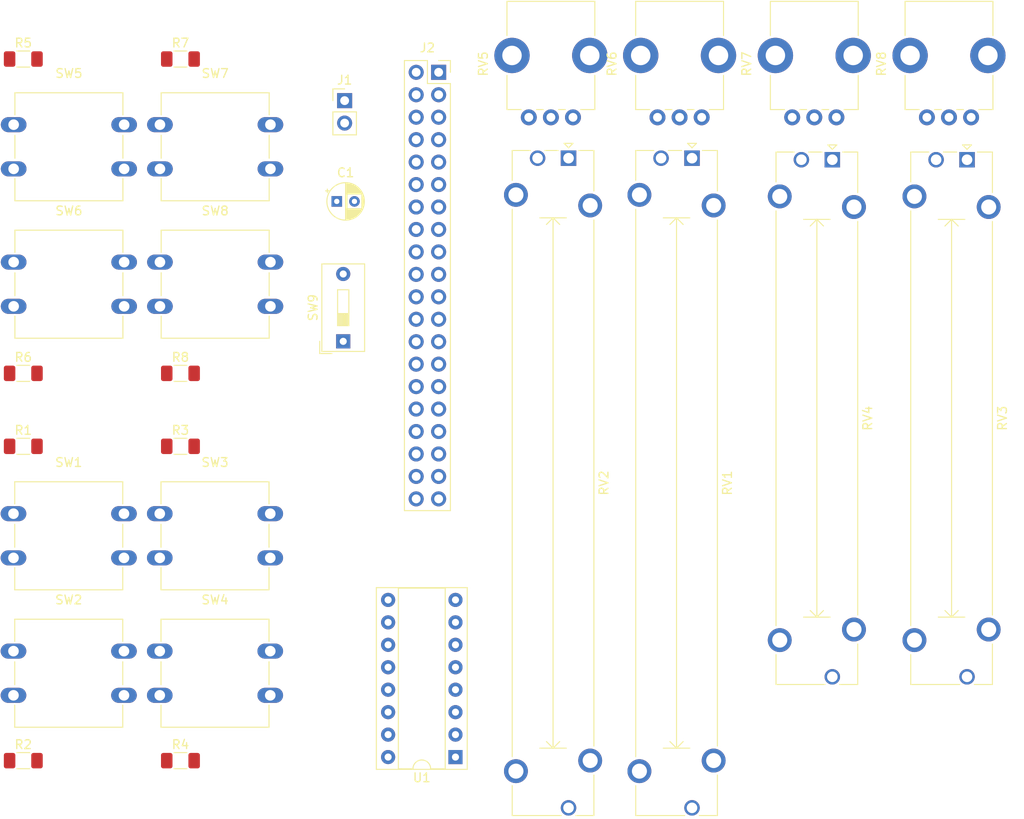
<source format=kicad_pcb>
(kicad_pcb (version 20240108) (generator "pcbnew") (generator_version "8.0")
  (layers (0 "F.Cu" signal) (31 "B.Cu" signal) (34 "B.Paste" user) (35 "F.Paste" user) (36 "B.SilkS" user "B.Silkscreen") (37 "F.SilkS" user "F.Silkscreen") (38 "B.Mask" user) (39 "F.Mask" user) (44 "Edge.Cuts" user))
  (net 0 "")
  (net 1 "GND")
  (net 2 "5V")
  (net 3 "3V3")
  (net 4 "Net-(J1-Pin_1)")
  (net 8 "BTN2")
  (net 11 "BTN7")
  (net 13 "BTN3")
  (net 14 "SPI1-CS0")
  (net 15 "BTN4")
  (net 16 "SPI1-MISO")
  (net 17 "BTN1")
  (net 21 "SPI1-CLK")
  (net 22 "SPI1-MOSI")
  (net 24 "Net-(R2-Pad1)")
  (net 25 "Net-(R3-Pad1)")
  (net 26 "Net-(R4-Pad1)")
  (net 27 "Net-(R5-Pad1)")
  (net 28 "Net-(R6-Pad1)")
  (net 29 "Net-(R7-Pad1)")
  (net 30 "Net-(R8-Pad1)")
  (net 31 "BTN8")
  (net 34 "BTN6")
  (net 36 "BTN5")
  (net 40 "Net-(R1-Pad1)")
  (net 41 "Net-(U1-CH0)")
  (net 42 "Net-(U1-CH1)")
  (net 43 "Net-(U1-CH2)")
  (net 44 "Net-(U1-CH3)")
  (net 45 "Net-(U1-CH4)")
  (net 46 "Net-(U1-CH5)")
  (net 47 "Net-(U1-CH6)")
  (net 48 "Net-(U1-CH7)")
  (footprint "Resistor_SMD:R_1206_3216Metric_Pad1.30x1.75mm_HandSolder" (layer "F.Cu") (at 166.37 51.205)
    (property "Reference" "R7" (at 0 -1.82 0) (layer "F.SilkS"))
    (property "Value" "R10K")
    (pad "1" smd roundrect (at -1.55 0) (size 1.3 1.75) (layers "F.Cu" "F.Paste" "F.Mask") (roundrect_rratio 0.192308) (net 29 "Net-(R7-Pad1)"))
    (pad "2" smd roundrect (at 1.55 0) (size 1.3 1.75) (layers "F.Cu" "F.Paste" "F.Mask") (roundrect_rratio 0.192308) (net 1 "GND"))
  )
  (footprint "Button_Switch_THT:SW_SPST_Omron_B3F-40xx" (layer "F.Cu") (at 147.5 74.18)
    (property "Reference" "SW6" (at 6.25 -5.8 0) (layer "F.SilkS"))
    (property "Value" "Button6")
    (pad "" np_thru_hole circle (at 6.25 -2) (size 1.8 1.8) (drill 1.8) (layers "F&B.Cu" "*.Mask"))
    (pad "" np_thru_hole circle (at 6.25 7) (size 1.8 1.8) (drill 1.8) (layers "F&B.Cu" "*.Mask"))
    (pad "1" thru_hole oval (at 0 0) (size 2.9 1.7) (drill 1.2) (layers "*.Cu" "*.Mask") (net 34 "BTN6"))
    (pad "1" thru_hole oval (at 12.5 0) (size 2.9 1.7) (drill 1.2) (layers "*.Cu" "*.Mask") (net 34 "BTN6"))
    (pad "2" thru_hole oval (at 0 5) (size 2.9 1.7) (drill 1.2) (layers "*.Cu" "*.Mask") (net 28 "Net-(R6-Pad1)"))
    (pad "2" thru_hole oval (at 12.5 5) (size 2.9 1.7) (drill 1.2) (layers "*.Cu" "*.Mask") (net 28 "Net-(R6-Pad1)"))
  )
  (footprint "Button_Switch_THT:SW_SPST_Omron_B3F-40xx" (layer "F.Cu") (at 147.5 58.63)
    (property "Reference" "SW5" (at 6.25 -5.8 0) (layer "F.SilkS"))
    (property "Value" "Button5")
    (pad "" np_thru_hole circle (at 6.25 -2) (size 1.8 1.8) (drill 1.8) (layers "F&B.Cu" "*.Mask"))
    (pad "" np_thru_hole circle (at 6.25 7) (size 1.8 1.8) (drill 1.8) (layers "F&B.Cu" "*.Mask"))
    (pad "1" thru_hole oval (at 0 0) (size 2.9 1.7) (drill 1.2) (layers "*.Cu" "*.Mask") (net 36 "BTN5"))
    (pad "1" thru_hole oval (at 12.5 0) (size 2.9 1.7) (drill 1.2) (layers "*.Cu" "*.Mask") (net 36 "BTN5"))
    (pad "2" thru_hole oval (at 0 5) (size 2.9 1.7) (drill 1.2) (layers "*.Cu" "*.Mask") (net 27 "Net-(R5-Pad1)"))
    (pad "2" thru_hole oval (at 12.5 5) (size 2.9 1.7) (drill 1.2) (layers "*.Cu" "*.Mask") (net 27 "Net-(R5-Pad1)"))
  )
  (footprint "Potentiometer_THT:Potentiometer_Bourns_PTA6043_Single_Slide" (layer "F.Cu") (at 210.275 62.42 -90)
    (property "Reference" "RV2" (at 36.75 -4 90) (layer "F.SilkS"))
    (property "Value" "LIN2")
    (pad "1" thru_hole rect (at 0 0 270) (size 1.75 1.75) (drill 1.2) (layers "*.Cu" "*.Mask") (net 3 "3V3"))
    (pad "2" thru_hole circle (at 0 3.5 270) (size 1.75 1.75) (drill 1.2) (layers "*.Cu" "*.Mask") (net 42 "Net-(U1-CH1)"))
    (pad "3" thru_hole circle (at 73.5 0 270) (size 1.75 1.75) (drill 1.2) (layers "*.Cu" "*.Mask") (net 1 "GND"))
    (pad "MP" thru_hole circle (at 4.15 5.95 270) (size 2.7 2.7) (drill 1.7) (layers "*.Cu" "*.Mask"))
    (pad "MP" thru_hole circle (at 5.35 -2.45 270) (size 2.7 2.7) (drill 1.7) (layers "*.Cu" "*.Mask"))
    (pad "MP" thru_hole circle (at 68.15 -2.45 270) (size 2.7 2.7) (drill 1.7) (layers "*.Cu" "*.Mask"))
    (pad "MP" thru_hole circle (at 69.35 5.95 270) (size 2.7 2.7) (drill 1.7) (layers "*.Cu" "*.Mask"))
  )
  (footprint "Button_Switch_THT:SW_SPST_Omron_B3F-40xx" (layer "F.Cu") (at 164.03 118.19)
    (property "Reference" "SW4" (at 6.25 -5.8 0) (layer "F.SilkS"))
    (property "Value" "Button4")
    (pad "" np_thru_hole circle (at 6.25 -2) (size 1.8 1.8) (drill 1.8) (layers "F&B.Cu" "*.Mask"))
    (pad "" np_thru_hole circle (at 6.25 7) (size 1.8 1.8) (drill 1.8) (layers "F&B.Cu" "*.Mask"))
    (pad "1" thru_hole oval (at 0 0) (size 2.9 1.7) (drill 1.2) (layers "*.Cu" "*.Mask") (net 15 "BTN4"))
    (pad "1" thru_hole oval (at 12.5 0) (size 2.9 1.7) (drill 1.2) (layers "*.Cu" "*.Mask") (net 15 "BTN4"))
    (pad "2" thru_hole oval (at 0 5) (size 2.9 1.7) (drill 1.2) (layers "*.Cu" "*.Mask") (net 26 "Net-(R4-Pad1)"))
    (pad "2" thru_hole oval (at 12.5 5) (size 2.9 1.7) (drill 1.2) (layers "*.Cu" "*.Mask") (net 26 "Net-(R4-Pad1)"))
  )
  (footprint "Button_Switch_THT:SW_SPST_Omron_B3F-40xx" (layer "F.Cu") (at 147.48 118.19)
    (property "Reference" "SW2" (at 6.25 -5.8 0) (layer "F.SilkS"))
    (property "Value" "Button2")
    (pad "" np_thru_hole circle (at 6.25 -2) (size 1.8 1.8) (drill 1.8) (layers "F&B.Cu" "*.Mask"))
    (pad "" np_thru_hole circle (at 6.25 7) (size 1.8 1.8) (drill 1.8) (layers "F&B.Cu" "*.Mask"))
    (pad "1" thru_hole oval (at 0 0) (size 2.9 1.7) (drill 1.2) (layers "*.Cu" "*.Mask") (net 8 "BTN2"))
    (pad "1" thru_hole oval (at 12.5 0) (size 2.9 1.7) (drill 1.2) (layers "*.Cu" "*.Mask") (net 8 "BTN2"))
    (pad "2" thru_hole oval (at 0 5) (size 2.9 1.7) (drill 1.2) (layers "*.Cu" "*.Mask") (net 24 "Net-(R2-Pad1)"))
    (pad "2" thru_hole oval (at 12.5 5) (size 2.9 1.7) (drill 1.2) (layers "*.Cu" "*.Mask") (net 24 "Net-(R2-Pad1)"))
  )
  (footprint "Resistor_SMD:R_1206_3216Metric_Pad1.30x1.75mm_HandSolder" (layer "F.Cu") (at 148.59 51.205)
    (property "Reference" "R5" (at 0 -1.82 0) (layer "F.SilkS"))
    (property "Value" "R10K")
    (pad "1" smd roundrect (at -1.55 0) (size 1.3 1.75) (layers "F.Cu" "F.Paste" "F.Mask") (roundrect_rratio 0.192308) (net 27 "Net-(R5-Pad1)"))
    (pad "2" smd roundrect (at 1.55 0) (size 1.3 1.75) (layers "F.Cu" "F.Paste" "F.Mask") (roundrect_rratio 0.192308) (net 1 "GND"))
  )
  (footprint "Potentiometer_THT:Potentiometer_Bourns_PTA6043_Single_Slide" (layer "F.Cu") (at 224.245 62.42 -90)
    (property "Reference" "RV1" (at 36.75 -4 90) (layer "F.SilkS"))
    (property "Value" "LIN1")
    (pad "1" thru_hole rect (at 0 0 270) (size 1.75 1.75) (drill 1.2) (layers "*.Cu" "*.Mask") (net 3 "3V3"))
    (pad "2" thru_hole circle (at 0 3.5 270) (size 1.75 1.75) (drill 1.2) (layers "*.Cu" "*.Mask") (net 41 "Net-(U1-CH0)"))
    (pad "3" thru_hole circle (at 73.5 0 270) (size 1.75 1.75) (drill 1.2) (layers "*.Cu" "*.Mask") (net 1 "GND"))
    (pad "MP" thru_hole circle (at 4.15 5.95 270) (size 2.7 2.7) (drill 1.7) (layers "*.Cu" "*.Mask"))
    (pad "MP" thru_hole circle (at 5.35 -2.45 270) (size 2.7 2.7) (drill 1.7) (layers "*.Cu" "*.Mask"))
    (pad "MP" thru_hole circle (at 68.15 -2.45 270) (size 2.7 2.7) (drill 1.7) (layers "*.Cu" "*.Mask"))
    (pad "MP" thru_hole circle (at 69.35 5.95 270) (size 2.7 2.7) (drill 1.7) (layers "*.Cu" "*.Mask"))
  )
  (footprint "Resistor_SMD:R_1206_3216Metric_Pad1.30x1.75mm_HandSolder" (layer "F.Cu") (at 166.37 95.02)
    (property "Reference" "R3" (at 0 -1.82 0) (layer "F.SilkS"))
    (property "Value" "R10K")
    (pad "1" smd roundrect (at -1.55 0) (size 1.3 1.75) (layers "F.Cu" "F.Paste" "F.Mask") (roundrect_rratio 0.192308) (net 25 "Net-(R3-Pad1)"))
    (pad "2" smd roundrect (at 1.55 0) (size 1.3 1.75) (layers "F.Cu" "F.Paste" "F.Mask") (roundrect_rratio 0.192308) (net 1 "GND"))
  )
  (footprint "Button_Switch_THT:SW_SPST_Omron_B3F-40xx" (layer "F.Cu") (at 164.03 102.64)
    (property "Reference" "SW3" (at 6.25 -5.8 0) (layer "F.SilkS"))
    (property "Value" "Button3")
    (pad "" np_thru_hole circle (at 6.25 -2) (size 1.8 1.8) (drill 1.8) (layers "F&B.Cu" "*.Mask"))
    (pad "" np_thru_hole circle (at 6.25 7) (size 1.8 1.8) (drill 1.8) (layers "F&B.Cu" "*.Mask"))
    (pad "1" thru_hole oval (at 0 0) (size 2.9 1.7) (drill 1.2) (layers "*.Cu" "*.Mask") (net 13 "BTN3"))
    (pad "1" thru_hole oval (at 12.5 0) (size 2.9 1.7) (drill 1.2) (layers "*.Cu" "*.Mask") (net 13 "BTN3"))
    (pad "2" thru_hole oval (at 0 5) (size 2.9 1.7) (drill 1.2) (layers "*.Cu" "*.Mask") (net 25 "Net-(R3-Pad1)"))
    (pad "2" thru_hole oval (at 12.5 5) (size 2.9 1.7) (drill 1.2) (layers "*.Cu" "*.Mask") (net 25 "Net-(R3-Pad1)"))
  )
  (footprint "Button_Switch_THT:SW_SPST_Omron_B3F-40xx" (layer "F.Cu") (at 164.05 58.63)
    (property "Reference" "SW7" (at 6.25 -5.8 0) (layer "F.SilkS"))
    (property "Value" "Button7")
    (pad "" np_thru_hole circle (at 6.25 -2) (size 1.8 1.8) (drill 1.8) (layers "F&B.Cu" "*.Mask"))
    (pad "" np_thru_hole circle (at 6.25 7) (size 1.8 1.8) (drill 1.8) (layers "F&B.Cu" "*.Mask"))
    (pad "1" thru_hole oval (at 0 0) (size 2.9 1.7) (drill 1.2) (layers "*.Cu" "*.Mask") (net 11 "BTN7"))
    (pad "1" thru_hole oval (at 12.5 0) (size 2.9 1.7) (drill 1.2) (layers "*.Cu" "*.Mask") (net 11 "BTN7"))
    (pad "2" thru_hole oval (at 0 5) (size 2.9 1.7) (drill 1.2) (layers "*.Cu" "*.Mask") (net 29 "Net-(R7-Pad1)"))
    (pad "2" thru_hole oval (at 12.5 5) (size 2.9 1.7) (drill 1.2) (layers "*.Cu" "*.Mask") (net 29 "Net-(R7-Pad1)"))
  )
  (footprint "Button_Switch_THT:SW_SPST_Omron_B3F-40xx" (layer "F.Cu") (at 147.48 102.64)
    (property "Reference" "SW1" (at 6.25 -5.8 0) (layer "F.SilkS"))
    (property "Value" "Button1")
    (pad "" np_thru_hole circle (at 6.25 -2) (size 1.8 1.8) (drill 1.8) (layers "F&B.Cu" "*.Mask"))
    (pad "" np_thru_hole circle (at 6.25 7) (size 1.8 1.8) (drill 1.8) (layers "F&B.Cu" "*.Mask"))
    (pad "1" thru_hole oval (at 0 0) (size 2.9 1.7) (drill 1.2) (layers "*.Cu" "*.Mask") (net 17 "BTN1"))
    (pad "1" thru_hole oval (at 12.5 0) (size 2.9 1.7) (drill 1.2) (layers "*.Cu" "*.Mask") (net 17 "BTN1"))
    (pad "2" thru_hole oval (at 0 5) (size 2.9 1.7) (drill 1.2) (layers "*.Cu" "*.Mask") (net 40 "Net-(R1-Pad1)"))
    (pad "2" thru_hole oval (at 12.5 5) (size 2.9 1.7) (drill 1.2) (layers "*.Cu" "*.Mask") (net 40 "Net-(R1-Pad1)"))
  )
  (footprint "Resistor_SMD:R_1206_3216Metric_Pad1.30x1.75mm_HandSolder" (layer "F.Cu") (at 148.59 130.58)
    (property "Reference" "R2" (at 0 -1.82 0) (layer "F.SilkS"))
    (property "Value" "R10K")
    (pad "1" smd roundrect (at -1.55 0) (size 1.3 1.75) (layers "F.Cu" "F.Paste" "F.Mask") (roundrect_rratio 0.192308) (net 24 "Net-(R2-Pad1)"))
    (pad "2" smd roundrect (at 1.55 0) (size 1.3 1.75) (layers "F.Cu" "F.Paste" "F.Mask") (roundrect_rratio 0.192308) (net 1 "GND"))
  )
  (footprint "Potentiometer_THT:Potentiometer_Bourns_PTV09A-1_Single_Vertical" (layer "F.Cu") (at 240.58 57.8 90)
    (property "Reference" "RV7" (at 6.05 -10.15 90) (layer "F.SilkS"))
    (property "Value" "ROTARY3")
    (pad "" np_thru_hole circle (at 7 -6.9 90) (size 4 4) (drill 2.2) (layers "F&B.Cu" "*.Mask"))
    (pad "" np_thru_hole circle (at 7 1.9 90) (size 4 4) (drill 2.2) (layers "F&B.Cu" "*.Mask"))
    (pad "1" thru_hole circle (at 0 0 90) (size 1.8 1.8) (drill 1) (layers "*.Cu" "*.Mask") (net 3 "3V3"))
    (pad "2" thru_hole circle (at 0 -2.5 90) (size 1.8 1.8) (drill 1) (layers "*.Cu" "*.Mask") (net 47 "Net-(U1-CH6)"))
    (pad "3" thru_hole circle (at 0 -5 90) (size 1.8 1.8) (drill 1) (layers "*.Cu" "*.Mask") (net 1 "GND"))
  )
  (footprint "Package_DIP:CERDIP-16_W7.62mm_SideBrazed_Socket" (layer "F.Cu") (at 197.485 130.175 180)
    (property "Reference" "U1" (at 3.81 -2.33 360) (layer "F.SilkS"))
    (property "Value" "MCP3008")
    (pad "1" thru_hole rect (at 0 0 180) (size 1.6 1.6) (drill 0.8) (layers "*.Cu" "*.Mask") (net 41 "Net-(U1-CH0)"))
    (pad "2" thru_hole circle (at 0 2.54 180) (size 1.6 1.6) (drill 0.8) (layers "*.Cu" "*.Mask") (net 42 "Net-(U1-CH1)"))
    (pad "3" thru_hole circle (at 0 5.08 180) (size 1.6 1.6) (drill 0.8) (layers "*.Cu" "*.Mask") (net 43 "Net-(U1-CH2)"))
    (pad "4" thru_hole circle (at 0 7.62 180) (size 1.6 1.6) (drill 0.8) (layers "*.Cu" "*.Mask") (net 44 "Net-(U1-CH3)"))
    (pad "5" thru_hole circle (at 0 10.16 180) (size 1.6 1.6) (drill 0.8) (layers "*.Cu" "*.Mask") (net 45 "Net-(U1-CH4)"))
    (pad "6" thru_hole circle (at 0 12.7 180) (size 1.6 1.6) (drill 0.8) (layers "*.Cu" "*.Mask") (net 46 "Net-(U1-CH5)"))
    (pad "7" thru_hole circle (at 0 15.24 180) (size 1.6 1.6) (drill 0.8) (layers "*.Cu" "*.Mask") (net 47 "Net-(U1-CH6)"))
    (pad "8" thru_hole circle (at 0 17.78 180) (size 1.6 1.6) (drill 0.8) (layers "*.Cu" "*.Mask") (net 48 "Net-(U1-CH7)"))
    (pad "9" thru_hole circle (at 7.62 17.78 180) (size 1.6 1.6) (drill 0.8) (layers "*.Cu" "*.Mask") (net 1 "GND"))
    (pad "10" thru_hole circle (at 7.62 15.24 180) (size 1.6 1.6) (drill 0.8) (layers "*.Cu" "*.Mask") (net 16 "SPI1-MISO"))
    (pad "11" thru_hole circle (at 7.62 12.7 180) (size 1.6 1.6) (drill 0.8) (layers "*.Cu" "*.Mask") (net 22 "SPI1-MOSI"))
    (pad "12" thru_hole circle (at 7.62 10.16 180) (size 1.6 1.6) (drill 0.8) (layers "*.Cu" "*.Mask") (net 14 "SPI1-CS0"))
    (pad "13" thru_hole circle (at 7.62 7.62 180) (size 1.6 1.6) (drill 0.8) (layers "*.Cu" "*.Mask") (net 21 "SPI1-CLK"))
    (pad "14" thru_hole circle (at 7.62 5.08 180) (size 1.6 1.6) (drill 0.8) (layers "*.Cu" "*.Mask") (net 1 "GND"))
    (pad "15" thru_hole circle (at 7.62 2.54 180) (size 1.6 1.6) (drill 0.8) (layers "*.Cu" "*.Mask") (net 3 "3V3"))
    (pad "16" thru_hole circle (at 7.62 0 180) (size 1.6 1.6) (drill 0.8) (layers "*.Cu" "*.Mask") (net 3 "3V3"))
  )
  (footprint "Resistor_SMD:R_1206_3216Metric_Pad1.30x1.75mm_HandSolder" (layer "F.Cu") (at 166.37 130.58)
    (property "Reference" "R4" (at 0 -1.82 0) (layer "F.SilkS"))
    (property "Value" "R10K")
    (pad "1" smd roundrect (at -1.55 0) (size 1.3 1.75) (layers "F.Cu" "F.Paste" "F.Mask") (roundrect_rratio 0.192308) (net 26 "Net-(R4-Pad1)"))
    (pad "2" smd roundrect (at 1.55 0) (size 1.3 1.75) (layers "F.Cu" "F.Paste" "F.Mask") (roundrect_rratio 0.192308) (net 1 "GND"))
  )
  (footprint "Potentiometer_THT:Potentiometer_Bourns_PTA4543_Single_Slide" (layer "F.Cu") (at 255.36 62.595 -90)
    (property "Reference" "RV3" (at 29.25 -4 90) (layer "F.SilkS"))
    (property "Value" "LIN3")
    (pad "1" thru_hole rect (at 0 0 270) (size 1.75 1.75) (drill 1.2) (layers "*.Cu" "*.Mask") (net 3 "3V3"))
    (pad "2" thru_hole circle (at 0 3.5 270) (size 1.75 1.75) (drill 1.2) (layers "*.Cu" "*.Mask") (net 43 "Net-(U1-CH2)"))
    (pad "3" thru_hole circle (at 58.5 0 270) (size 1.75 1.75) (drill 1.2) (layers "*.Cu" "*.Mask") (net 1 "GND"))
    (pad "MP" thru_hole circle (at 4.15 5.95 270) (size 2.7 2.7) (drill 1.7) (layers "*.Cu" "*.Mask"))
    (pad "MP" thru_hole circle (at 5.35 -2.45 270) (size 2.7 2.7) (drill 1.7) (layers "*.Cu" "*.Mask"))
    (pad "MP" thru_hole circle (at 53.15 -2.45 270) (size 2.7 2.7) (drill 1.7) (layers "*.Cu" "*.Mask"))
    (pad "MP" thru_hole circle (at 54.35 5.95 270) (size 2.7 2.7) (drill 1.7) (layers "*.Cu" "*.Mask"))
  )
  (footprint "Capacitor_THT:CP_Radial_D4.0mm_P2.00mm" (layer "F.Cu") (at 184.055 67.31)
    (property "Reference" "C1" (at 1 -3.25 0) (layer "F.SilkS"))
    (property "Value" "C_Polarized")
    (pad "1" thru_hole rect (at 0 0) (size 1.2 1.2) (drill 0.6) (layers "*.Cu" "*.Mask") (net 2 "5V"))
    (pad "2" thru_hole circle (at 2 0) (size 1.2 1.2) (drill 0.6) (layers "*.Cu" "*.Mask") (net 1 "GND"))
  )
  (footprint "Connector_PinHeader_2.54mm:PinHeader_1x02_P2.54mm_Vertical" (layer "F.Cu") (at 184.945 55.91)
    (property "Reference" "J1" (at 0 -2.33 0) (layer "F.SilkS"))
    (property "Value" "PowerConnector")
    (pad "1" thru_hole rect (at 0 0) (size 1.7 1.7) (drill 1) (layers "*.Cu" "*.Mask") (net 4 "Net-(J1-Pin_1)"))
    (pad "2" thru_hole oval (at 0 2.54) (size 1.7 1.7) (drill 1) (layers "*.Cu" "*.Mask") (net 1 "GND"))
  )
  (footprint "Potentiometer_THT:Potentiometer_Bourns_PTV09A-1_Single_Vertical" (layer "F.Cu") (at 210.78 57.8 90)
    (property "Reference" "RV5" (at 6.05 -10.15 90) (layer "F.SilkS"))
    (property "Value" "ROTARY1")
    (pad "" np_thru_hole circle (at 7 -6.9 90) (size 4 4) (drill 2.2) (layers "F&B.Cu" "*.Mask"))
    (pad "" np_thru_hole circle (at 7 1.9 90) (size 4 4) (drill 2.2) (layers "F&B.Cu" "*.Mask"))
    (pad "1" thru_hole circle (at 0 0 90) (size 1.8 1.8) (drill 1) (layers "*.Cu" "*.Mask") (net 3 "3V3"))
    (pad "2" thru_hole circle (at 0 -2.5 90) (size 1.8 1.8) (drill 1) (layers "*.Cu" "*.Mask") (net 45 "Net-(U1-CH4)"))
    (pad "3" thru_hole circle (at 0 -5 90) (size 1.8 1.8) (drill 1) (layers "*.Cu" "*.Mask") (net 1 "GND"))
  )
  (footprint "Potentiometer_THT:Potentiometer_Bourns_PTV09A-1_Single_Vertical" (layer "F.Cu") (at 225.34 57.8 90)
    (property "Reference" "RV6" (at 6.05 -10.15 90) (layer "F.SilkS"))
    (property "Value" "ROTARY2")
    (pad "" np_thru_hole circle (at 7 -6.9 90) (size 4 4) (drill 2.2) (layers "F&B.Cu" "*.Mask"))
    (pad "" np_thru_hole circle (at 7 1.9 90) (size 4 4) (drill 2.2) (layers "F&B.Cu" "*.Mask"))
    (pad "1" thru_hole circle (at 0 0 90) (size 1.8 1.8) (drill 1) (layers "*.Cu" "*.Mask") (net 3 "3V3"))
    (pad "2" thru_hole circle (at 0 -2.5 90) (size 1.8 1.8) (drill 1) (layers "*.Cu" "*.Mask") (net 46 "Net-(U1-CH5)"))
    (pad "3" thru_hole circle (at 0 -5 90) (size 1.8 1.8) (drill 1) (layers "*.Cu" "*.Mask") (net 1 "GND"))
  )
  (footprint "Button_Switch_THT:SW_DIP_SPSTx01_Slide_9.78x4.72mm_W7.62mm_P2.54mm" (layer "F.Cu") (at 184.785 83.1425 90)
    (property "Reference" "SW9" (at 3.81 -3.42 90) (layer "F.SilkS"))
    (property "Value" "SW_SPST")
    (pad "1" thru_hole rect (at 0 0 90) (size 1.6 1.6) (drill 0.8) (layers "*.Cu" "*.Mask") (net 4 "Net-(J1-Pin_1)"))
    (pad "2" thru_hole oval (at 7.62 0 90) (size 1.6 1.6) (drill 0.8) (layers "*.Cu" "*.Mask") (net 2 "5V"))
  )
  (footprint "Potentiometer_THT:Potentiometer_Bourns_PTV09A-1_Single_Vertical" (layer "F.Cu") (at 255.82 57.8 90)
    (property "Reference" "RV8" (at 6.05 -10.15 90) (layer "F.SilkS"))
    (property "Value" "ROTARY4")
    (pad "" np_thru_hole circle (at 7 -6.9 90) (size 4 4) (drill 2.2) (layers "F&B.Cu" "*.Mask"))
    (pad "" np_thru_hole circle (at 7 1.9 90) (size 4 4) (drill 2.2) (layers "F&B.Cu" "*.Mask"))
    (pad "1" thru_hole circle (at 0 0 90) (size 1.8 1.8) (drill 1) (layers "*.Cu" "*.Mask") (net 3 "3V3"))
    (pad "2" thru_hole circle (at 0 -2.5 90) (size 1.8 1.8) (drill 1) (layers "*.Cu" "*.Mask") (net 48 "Net-(U1-CH7)"))
    (pad "3" thru_hole circle (at 0 -5 90) (size 1.8 1.8) (drill 1) (layers "*.Cu" "*.Mask") (net 1 "GND"))
  )
  (footprint "Potentiometer_THT:Potentiometer_Bourns_PTA4543_Single_Slide" (layer "F.Cu") (at 240.12 62.595 -90)
    (property "Reference" "RV4" (at 29.25 -4 90) (layer "F.SilkS"))
    (property "Value" "LIN4")
    (pad "1" thru_hole rect (at 0 0 270) (size 1.75 1.75) (drill 1.2) (layers "*.Cu" "*.Mask") (net 3 "3V3"))
    (pad "2" thru_hole circle (at 0 3.5 270) (size 1.75 1.75) (drill 1.2) (layers "*.Cu" "*.Mask") (net 44 "Net-(U1-CH3)"))
    (pad "3" thru_hole circle (at 58.5 0 270) (size 1.75 1.75) (drill 1.2) (layers "*.Cu" "*.Mask") (net 1 "GND"))
    (pad "MP" thru_hole circle (at 4.15 5.95 270) (size 2.7 2.7) (drill 1.7) (layers "*.Cu" "*.Mask"))
    (pad "MP" thru_hole circle (at 5.35 -2.45 270) (size 2.7 2.7) (drill 1.7) (layers "*.Cu" "*.Mask"))
    (pad "MP" thru_hole circle (at 53.15 -2.45 270) (size 2.7 2.7) (drill 1.7) (layers "*.Cu" "*.Mask"))
    (pad "MP" thru_hole circle (at 54.35 5.95 270) (size 2.7 2.7) (drill 1.7) (layers "*.Cu" "*.Mask"))
  )
  (footprint "Connector_PinSocket_2.54mm:PinSocket_2x20_P2.54mm_Vertical" (layer "F.Cu") (at 195.58 52.705)
    (property "Reference" "J2" (at -1.27 -2.77 360) (layer "F.SilkS"))
    (property "Value" "PiZero2W")
    (pad "1" thru_hole rect (at 0 0) (size 1.7 1.7) (drill 1) (layers "*.Cu" "*.Mask") (net 3 "3V3"))
    (pad "2" thru_hole oval (at -2.54 0) (size 1.7 1.7) (drill 1) (layers "*.Cu" "*.Mask") (net 2 "5V"))
    (pad "3" thru_hole oval (at 0 2.54) (size 1.7 1.7) (drill 1) (layers "*.Cu" "*.Mask"))
    (pad "4" thru_hole oval (at -2.54 2.54) (size 1.7 1.7) (drill 1) (layers "*.Cu" "*.Mask") (net 2 "5V"))
    (pad "5" thru_hole oval (at 0 5.08) (size 1.7 1.7) (drill 1) (layers "*.Cu" "*.Mask"))
    (pad "6" thru_hole oval (at -2.54 5.08) (size 1.7 1.7) (drill 1) (layers "*.Cu" "*.Mask") (net 1 "GND"))
    (pad "7" thru_hole oval (at 0 7.62) (size 1.7 1.7) (drill 1) (layers "*.Cu" "*.Mask") (net 31 "BTN8"))
    (pad "8" thru_hole oval (at -2.54 7.62) (size 1.7 1.7) (drill 1) (layers "*.Cu" "*.Mask"))
    (pad "9" thru_hole oval (at 0 10.16) (size 1.7 1.7) (drill 1) (layers "*.Cu" "*.Mask") (net 1 "GND"))
    (pad "10" thru_hole oval (at -2.54 10.16) (size 1.7 1.7) (drill 1) (layers "*.Cu" "*.Mask"))
    (pad "11" thru_hole oval (at 0 12.7) (size 1.7 1.7) (drill 1) (layers "*.Cu" "*.Mask"))
    (pad "12" thru_hole oval (at -2.54 12.7) (size 1.7 1.7) (drill 1) (layers "*.Cu" "*.Mask") (net 14 "SPI1-CS0"))
    (pad "13" thru_hole oval (at 0 15.24) (size 1.7 1.7) (drill 1) (layers "*.Cu" "*.Mask"))
    (pad "14" thru_hole oval (at -2.54 15.24) (size 1.7 1.7) (drill 1) (layers "*.Cu" "*.Mask") (net 1 "GND"))
    (pad "15" thru_hole oval (at 0 17.78) (size 1.7 1.7) (drill 1) (layers "*.Cu" "*.Mask") (net 17 "BTN1"))
    (pad "16" thru_hole oval (at -2.54 17.78) (size 1.7 1.7) (drill 1) (layers "*.Cu" "*.Mask") (net 8 "BTN2"))
    (pad "17" thru_hole oval (at 0 20.32) (size 1.7 1.7) (drill 1) (layers "*.Cu" "*.Mask") (net 3 "3V3"))
    (pad "18" thru_hole oval (at -2.54 20.32) (size 1.7 1.7) (drill 1) (layers "*.Cu" "*.Mask") (net 13 "BTN3"))
    (pad "19" thru_hole oval (at 0 22.86) (size 1.7 1.7) (drill 1) (layers "*.Cu" "*.Mask"))
    (pad "20" thru_hole oval (at -2.54 22.86) (size 1.7 1.7) (drill 1) (layers "*.Cu" "*.Mask") (net 1 "GND"))
    (pad "21" thru_hole oval (at 0 25.4) (size 1.7 1.7) (drill 1) (layers "*.Cu" "*.Mask"))
    (pad "22" thru_hole oval (at -2.54 25.4) (size 1.7 1.7) (drill 1) (layers "*.Cu" "*.Mask") (net 15 "BTN4"))
    (pad "23" thru_hole oval (at 0 27.94) (size 1.7 1.7) (drill 1) (layers "*.Cu" "*.Mask"))
    (pad "24" thru_hole oval (at -2.54 27.94) (size 1.7 1.7) (drill 1) (layers "*.Cu" "*.Mask"))
    (pad "25" thru_hole oval (at 0 30.48) (size 1.7 1.7) (drill 1) (layers "*.Cu" "*.Mask") (net 1 "GND"))
    (pad "26" thru_hole oval (at -2.54 30.48) (size 1.7 1.7) (drill 1) (layers "*.Cu" "*.Mask"))
    (pad "27" thru_hole oval (at 0 33.02) (size 1.7 1.7) (drill 1) (layers "*.Cu" "*.Mask"))
    (pad "28" thru_hole oval (at -2.54 33.02) (size 1.7 1.7) (drill 1) (layers "*.Cu" "*.Mask"))
    (pad "29" thru_hole oval (at 0 35.56) (size 1.7 1.7) (drill 1) (layers "*.Cu" "*.Mask") (net 11 "BTN7"))
    (pad "30" thru_hole oval (at -2.54 35.56) (size 1.7 1.7) (drill 1) (layers "*.Cu" "*.Mask") (net 1 "GND"))
    (pad "31" thru_hole oval (at 0 38.1) (size 1.7 1.7) (drill 1) (layers "*.Cu" "*.Mask") (net 34 "BTN6"))
    (pad "32" thru_hole oval (at -2.54 38.1) (size 1.7 1.7) (drill 1) (layers "*.Cu" "*.Mask") (net 36 "BTN5"))
    (pad "33" thru_hole oval (at 0 40.64) (size 1.7 1.7) (drill 1) (layers "*.Cu" "*.Mask"))
    (pad "34" thru_hole oval (at -2.54 40.64) (size 1.7 1.7) (drill 1) (layers "*.Cu" "*.Mask") (net 1 "GND"))
    (pad "35" thru_hole oval (at 0 43.18) (size 1.7 1.7) (drill 1) (layers "*.Cu" "*.Mask") (net 16 "SPI1-MISO"))
    (pad "36" thru_hole oval (at -2.54 43.18) (size 1.7 1.7) (drill 1) (layers "*.Cu" "*.Mask"))
    (pad "37" thru_hole oval (at 0 45.72) (size 1.7 1.7) (drill 1) (layers "*.Cu" "*.Mask"))
    (pad "38" thru_hole oval (at -2.54 45.72) (size 1.7 1.7) (drill 1) (layers "*.Cu" "*.Mask") (net 22 "SPI1-MOSI"))
    (pad "39" thru_hole oval (at 0 48.26) (size 1.7 1.7) (drill 1) (layers "*.Cu" "*.Mask") (net 1 "GND"))
    (pad "40" thru_hole oval (at -2.54 48.26) (size 1.7 1.7) (drill 1) (layers "*.Cu" "*.Mask") (net 21 "SPI1-CLK"))
  )
  (footprint "Button_Switch_THT:SW_SPST_Omron_B3F-40xx" (layer "F.Cu") (at 164.05 74.18)
    (property "Reference" "SW8" (at 6.25 -5.8 0) (layer "F.SilkS"))
    (property "Value" "Button8")
    (pad "" np_thru_hole circle (at 6.25 -2) (size 1.8 1.8) (drill 1.8) (layers "F&B.Cu" "*.Mask"))
    (pad "" np_thru_hole circle (at 6.25 7) (size 1.8 1.8) (drill 1.8) (layers "F&B.Cu" "*.Mask"))
    (pad "1" thru_hole oval (at 0 0) (size 2.9 1.7) (drill 1.2) (layers "*.Cu" "*.Mask") (net 31 "BTN8"))
    (pad "1" thru_hole oval (at 12.5 0) (size 2.9 1.7) (drill 1.2) (layers "*.Cu" "*.Mask") (net 31 "BTN8"))
    (pad "2" thru_hole oval (at 0 5) (size 2.9 1.7) (drill 1.2) (layers "*.Cu" "*.Mask") (net 30 "Net-(R8-Pad1)"))
    (pad "2" thru_hole oval (at 12.5 5) (size 2.9 1.7) (drill 1.2) (layers "*.Cu" "*.Mask") (net 30 "Net-(R8-Pad1)"))
  )
  (footprint "Resistor_SMD:R_1206_3216Metric_Pad1.30x1.75mm_HandSolder" (layer "F.Cu") (at 148.59 95.02)
    (property "Reference" "R1" (at 0 -1.82 0) (layer "F.SilkS"))
    (property "Value" "R10K")
    (pad "1" smd roundrect (at -1.55 0) (size 1.3 1.75) (layers "F.Cu" "F.Paste" "F.Mask") (roundrect_rratio 0.192308) (net 40 "Net-(R1-Pad1)"))
    (pad "2" smd roundrect (at 1.55 0) (size 1.3 1.75) (layers "F.Cu" "F.Paste" "F.Mask") (roundrect_rratio 0.192308) (net 1 "GND"))
  )
  (footprint "Resistor_SMD:R_1206_3216Metric_Pad1.30x1.75mm_HandSolder" (layer "F.Cu") (at 148.59 86.765)
    (property "Reference" "R6" (at 0 -1.82 0) (layer "F.SilkS"))
    (property "Value" "R10K")
    (pad "1" smd roundrect (at -1.55 0) (size 1.3 1.75) (layers "F.Cu" "F.Paste" "F.Mask") (roundrect_rratio 0.192308) (net 28 "Net-(R6-Pad1)"))
    (pad "2" smd roundrect (at 1.55 0) (size 1.3 1.75) (layers "F.Cu" "F.Paste" "F.Mask") (roundrect_rratio 0.192308) (net 1 "GND"))
  )
  (footprint "Resistor_SMD:R_1206_3216Metric_Pad1.30x1.75mm_HandSolder" (layer "F.Cu") (at 166.37 86.765)
    (property "Reference" "R8" (at 0 -1.82 0) (layer "F.SilkS"))
    (property "Value" "R10K")
    (pad "1" smd roundrect (at -1.55 0) (size 1.3 1.75) (layers "F.Cu" "F.Paste" "F.Mask") (roundrect_rratio 0.192308) (net 30 "Net-(R8-Pad1)"))
    (pad "2" smd roundrect (at 1.55 0) (size 1.3 1.75) (layers "F.Cu" "F.Paste" "F.Mask") (roundrect_rratio 0.192308) (net 1 "GND"))
  )
)
</source>
